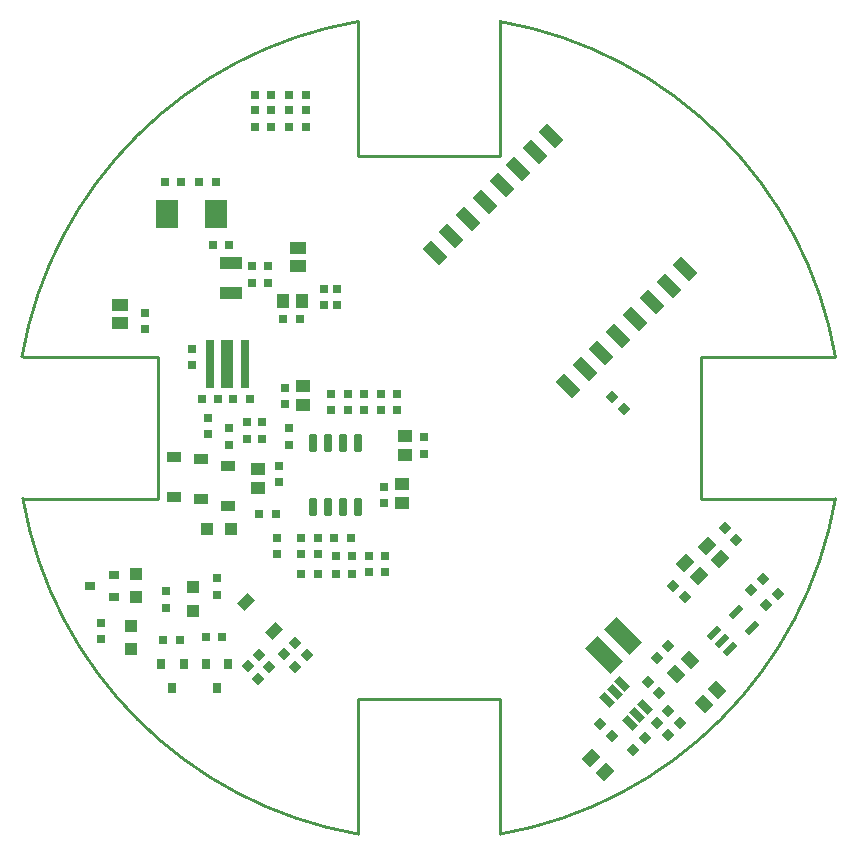
<source format=gtp>
G04 Layer_Color=8421504*
%FSAX25Y25*%
%MOIN*%
G70*
G01*
G75*
%ADD10P,0.04243X4X180.0*%
G04:AMPARAMS|DCode=11|XSize=40mil|YSize=50mil|CornerRadius=0mil|HoleSize=0mil|Usage=FLASHONLY|Rotation=135.000|XOffset=0mil|YOffset=0mil|HoleType=Round|Shape=Rectangle|*
%AMROTATEDRECTD11*
4,1,4,0.03182,0.00353,-0.00353,-0.03182,-0.03182,-0.00353,0.00353,0.03182,0.03182,0.00353,0.0*
%
%ADD11ROTATEDRECTD11*%

%ADD12P,0.04243X4X90.0*%
G04:AMPARAMS|DCode=13|XSize=20mil|YSize=50mil|CornerRadius=0mil|HoleSize=0mil|Usage=FLASHONLY|Rotation=135.000|XOffset=0mil|YOffset=0mil|HoleType=Round|Shape=Rectangle|*
%AMROTATEDRECTD13*
4,1,4,0.02475,0.01061,-0.01061,-0.02475,-0.02475,-0.01061,0.01061,0.02475,0.02475,0.01061,0.0*
%
%ADD13ROTATEDRECTD13*%

G04:AMPARAMS|DCode=14|XSize=40mil|YSize=50mil|CornerRadius=0mil|HoleSize=0mil|Usage=FLASHONLY|Rotation=45.000|XOffset=0mil|YOffset=0mil|HoleType=Round|Shape=Rectangle|*
%AMROTATEDRECTD14*
4,1,4,0.00353,-0.03182,-0.03182,0.00353,-0.00353,0.03182,0.03182,-0.00353,0.00353,-0.03182,0.0*
%
%ADD14ROTATEDRECTD14*%

G04:AMPARAMS|DCode=15|XSize=60mil|YSize=120mil|CornerRadius=0mil|HoleSize=0mil|Usage=FLASHONLY|Rotation=45.000|XOffset=0mil|YOffset=0mil|HoleType=Round|Shape=Rectangle|*
%AMROTATEDRECTD15*
4,1,4,0.02121,-0.06364,-0.06364,0.02121,-0.02121,0.06364,0.06364,-0.02121,0.02121,-0.06364,0.0*
%
%ADD15ROTATEDRECTD15*%

%ADD16R,0.03543X0.02756*%
%ADD17R,0.03937X0.03937*%
%ADD18R,0.03000X0.03000*%
G04:AMPARAMS|DCode=19|XSize=35.43mil|YSize=47.24mil|CornerRadius=0mil|HoleSize=0mil|Usage=FLASHONLY|Rotation=135.000|XOffset=0mil|YOffset=0mil|HoleType=Round|Shape=Rectangle|*
%AMROTATEDRECTD19*
4,1,4,0.02923,0.00418,-0.00418,-0.02923,-0.02923,-0.00418,0.00418,0.02923,0.02923,0.00418,0.0*
%
%ADD19ROTATEDRECTD19*%

G04:AMPARAMS|DCode=20|XSize=47.24mil|YSize=35.43mil|CornerRadius=0mil|HoleSize=0mil|Usage=FLASHONLY|Rotation=225.000|XOffset=0mil|YOffset=0mil|HoleType=Round|Shape=Rectangle|*
%AMROTATEDRECTD20*
4,1,4,0.00418,0.02923,0.02923,0.00418,-0.00418,-0.02923,-0.02923,-0.00418,0.00418,0.02923,0.0*
%
%ADD20ROTATEDRECTD20*%

%ADD21R,0.03000X0.03000*%
%ADD22R,0.02756X0.03543*%
%ADD24R,0.05000X0.04000*%
%ADD25R,0.05512X0.04331*%
%ADD26R,0.04724X0.03543*%
%ADD27R,0.04724X0.03543*%
%ADD28R,0.03937X0.03937*%
G04:AMPARAMS|DCode=29|XSize=23.62mil|YSize=57.09mil|CornerRadius=2.01mil|HoleSize=0mil|Usage=FLASHONLY|Rotation=180.000|XOffset=0mil|YOffset=0mil|HoleType=Round|Shape=RoundedRectangle|*
%AMROUNDEDRECTD29*
21,1,0.02362,0.05307,0,0,180.0*
21,1,0.01961,0.05709,0,0,180.0*
1,1,0.00402,-0.00980,0.02653*
1,1,0.00402,0.00980,0.02653*
1,1,0.00402,0.00980,-0.02653*
1,1,0.00402,-0.00980,-0.02653*
%
%ADD29ROUNDEDRECTD29*%
G04:AMPARAMS|DCode=30|XSize=27.56mil|YSize=161.42mil|CornerRadius=1.93mil|HoleSize=0mil|Usage=FLASHONLY|Rotation=0.000|XOffset=0mil|YOffset=0mil|HoleType=Round|Shape=RoundedRectangle|*
%AMROUNDEDRECTD30*
21,1,0.02756,0.15756,0,0,0.0*
21,1,0.02370,0.16142,0,0,0.0*
1,1,0.00386,0.01185,-0.07878*
1,1,0.00386,-0.01185,-0.07878*
1,1,0.00386,-0.01185,0.07878*
1,1,0.00386,0.01185,0.07878*
%
%ADD30ROUNDEDRECTD30*%
G04:AMPARAMS|DCode=31|XSize=39.37mil|YSize=161.42mil|CornerRadius=1.97mil|HoleSize=0mil|Usage=FLASHONLY|Rotation=0.000|XOffset=0mil|YOffset=0mil|HoleType=Round|Shape=RoundedRectangle|*
%AMROUNDEDRECTD31*
21,1,0.03937,0.15748,0,0,0.0*
21,1,0.03543,0.16142,0,0,0.0*
1,1,0.00394,0.01772,-0.07874*
1,1,0.00394,-0.01772,-0.07874*
1,1,0.00394,-0.01772,0.07874*
1,1,0.00394,0.01772,0.07874*
%
%ADD31ROUNDEDRECTD31*%
%ADD32R,0.04000X0.05000*%
%ADD33R,0.07480X0.04331*%
%ADD34R,0.07480X0.09449*%
G04:AMPARAMS|DCode=35|XSize=78.74mil|YSize=39.37mil|CornerRadius=0mil|HoleSize=0mil|Usage=FLASHONLY|Rotation=315.000|XOffset=0mil|YOffset=0mil|HoleType=Round|Shape=Rectangle|*
%AMROTATEDRECTD35*
4,1,4,-0.04176,0.01392,-0.01392,0.04176,0.04176,-0.01392,0.01392,-0.04176,-0.04176,0.01392,0.0*
%
%ADD35ROTATEDRECTD35*%

G04:AMPARAMS|DCode=36|XSize=24mil|YSize=50mil|CornerRadius=0mil|HoleSize=0mil|Usage=FLASHONLY|Rotation=225.000|XOffset=0mil|YOffset=0mil|HoleType=Round|Shape=Rectangle|*
%AMROTATEDRECTD36*
4,1,4,-0.00919,0.02616,0.02616,-0.00919,0.00919,-0.02616,-0.02616,0.00919,-0.00919,0.02616,0.0*
%
%ADD36ROTATEDRECTD36*%

%ADD41C,0.01000*%
G54D10*
X1811024Y0391732D02*
D03*
X1807134Y0395621D02*
D03*
X1793889Y0372611D02*
D03*
X1790000Y0376500D02*
D03*
X1785385Y0340599D02*
D03*
X1781496Y0344488D02*
D03*
X1788386Y0334646D02*
D03*
X1792275Y0330757D02*
D03*
X1788386Y0326772D02*
D03*
X1784497Y0330661D02*
D03*
X1765611Y0330389D02*
D03*
X1769500Y0326500D02*
D03*
X1773500Y0435500D02*
D03*
X1769611Y0439389D02*
D03*
G54D11*
X1801181Y0389764D02*
D03*
X1805707Y0385238D02*
D03*
X1794100Y0384200D02*
D03*
X1798626Y0379675D02*
D03*
X1767137Y0314463D02*
D03*
X1762611Y0318989D02*
D03*
G54D12*
X1819834Y0378889D02*
D03*
X1815945Y0375000D02*
D03*
X1824889Y0373889D02*
D03*
X1821000Y0370000D02*
D03*
X1784497Y0352410D02*
D03*
X1788386Y0356299D02*
D03*
X1776575Y0321850D02*
D03*
X1780464Y0325740D02*
D03*
X1652000Y0353500D02*
D03*
X1648111Y0349611D02*
D03*
X1655389Y0349389D02*
D03*
X1651500Y0345500D02*
D03*
X1660111Y0353611D02*
D03*
X1664000Y0357500D02*
D03*
Y0349500D02*
D03*
X1667889Y0353389D02*
D03*
G54D13*
X1810823Y0367689D02*
D03*
X1806368Y0358002D02*
D03*
X1809055Y0355315D02*
D03*
X1803752Y0360618D02*
D03*
X1816126Y0362386D02*
D03*
G54D14*
X1795475Y0351577D02*
D03*
X1790950Y0347052D02*
D03*
X1804637Y0341637D02*
D03*
X1800111Y0337111D02*
D03*
G54D15*
X1767000Y0353500D02*
D03*
X1773364Y0359864D02*
D03*
G54D16*
X1603500Y0380180D02*
D03*
Y0372700D02*
D03*
X1595500Y0376500D02*
D03*
G54D17*
X1611000Y0380500D02*
D03*
Y0372626D02*
D03*
X1609252Y0363189D02*
D03*
Y0355315D02*
D03*
X1629921Y0375984D02*
D03*
Y0368110D02*
D03*
G54D18*
X1599409Y0358673D02*
D03*
Y0364173D02*
D03*
X1637795Y0378937D02*
D03*
Y0373437D02*
D03*
X1621063Y0369094D02*
D03*
Y0374594D02*
D03*
X1693500Y0404000D02*
D03*
X1693500Y0409500D02*
D03*
X1698000Y0440500D02*
D03*
X1698000Y0435000D02*
D03*
X1692500Y0440500D02*
D03*
Y0435000D02*
D03*
X1687000D02*
D03*
Y0440500D02*
D03*
X1642000Y0423500D02*
D03*
Y0429000D02*
D03*
X1635000Y0432500D02*
D03*
Y0427000D02*
D03*
X1658500Y0416500D02*
D03*
X1658500Y0411000D02*
D03*
X1688500Y0381000D02*
D03*
X1688500Y0386500D02*
D03*
X1694000Y0381000D02*
D03*
Y0386500D02*
D03*
X1658000Y0387000D02*
D03*
Y0392500D02*
D03*
X1648000Y0425500D02*
D03*
X1648000Y0431000D02*
D03*
X1653000Y0425500D02*
D03*
X1653000Y0431000D02*
D03*
X1662000Y0423500D02*
D03*
X1662000Y0429000D02*
D03*
X1660500Y0437000D02*
D03*
Y0442500D02*
D03*
X1614000Y0462000D02*
D03*
Y0467500D02*
D03*
X1629500Y0450000D02*
D03*
X1629500Y0455500D02*
D03*
X1673500Y0470000D02*
D03*
Y0475500D02*
D03*
X1678000D02*
D03*
Y0470000D02*
D03*
X1707000Y0426000D02*
D03*
X1707000Y0420500D02*
D03*
G54D19*
X1657000Y0361500D02*
D03*
G54D20*
X1647525Y0370975D02*
D03*
G54D21*
X1620079Y0358268D02*
D03*
X1625579D02*
D03*
X1634264Y0359252D02*
D03*
X1639764D02*
D03*
X1681500Y0440500D02*
D03*
X1676000D02*
D03*
Y0435000D02*
D03*
X1681500Y0435000D02*
D03*
X1677000Y0392500D02*
D03*
X1682500D02*
D03*
X1683000Y0386500D02*
D03*
X1677500D02*
D03*
X1677500Y0380500D02*
D03*
X1683000D02*
D03*
X1671500Y0392500D02*
D03*
X1666000D02*
D03*
Y0387000D02*
D03*
X1671500D02*
D03*
X1666000Y0380500D02*
D03*
X1671500D02*
D03*
X1657500Y0400500D02*
D03*
X1652000Y0400500D02*
D03*
X1660000Y0465500D02*
D03*
X1665500Y0465500D02*
D03*
X1649500Y0477500D02*
D03*
X1655000D02*
D03*
X1649500Y0483000D02*
D03*
X1655000D02*
D03*
X1642000Y0490000D02*
D03*
X1636500D02*
D03*
X1620500Y0511000D02*
D03*
X1626000D02*
D03*
X1637500D02*
D03*
X1632000D02*
D03*
X1656000Y0535000D02*
D03*
X1650500D02*
D03*
X1662000Y0540000D02*
D03*
X1667500D02*
D03*
X1662000Y0535000D02*
D03*
X1667500D02*
D03*
X1662000Y0529500D02*
D03*
X1667500D02*
D03*
X1656000D02*
D03*
X1650500D02*
D03*
X1656000Y0540000D02*
D03*
X1650500D02*
D03*
X1632903Y0438651D02*
D03*
X1638403D02*
D03*
X1648825D02*
D03*
X1643324D02*
D03*
G54D22*
X1619351Y0350520D02*
D03*
X1626831D02*
D03*
X1623031Y0342520D02*
D03*
X1634115Y0350520D02*
D03*
X1641595D02*
D03*
X1637795Y0342520D02*
D03*
G54D24*
X1699500Y0410500D02*
D03*
Y0404100D02*
D03*
X1700500Y0420000D02*
D03*
Y0426400D02*
D03*
X1651500Y0409150D02*
D03*
Y0415550D02*
D03*
X1666500Y0436650D02*
D03*
Y0443050D02*
D03*
G54D25*
X1665000Y0488953D02*
D03*
Y0483047D02*
D03*
X1605500Y0469953D02*
D03*
Y0464047D02*
D03*
G54D26*
X1641500Y0403000D02*
D03*
X1623500Y0419400D02*
D03*
X1632500Y0418900D02*
D03*
G54D27*
X1641500Y0416400D02*
D03*
X1623500Y0406000D02*
D03*
X1632500Y0405500D02*
D03*
G54D28*
X1634626Y0395500D02*
D03*
X1642500D02*
D03*
G54D29*
X1685000Y0424228D02*
D03*
X1680000D02*
D03*
X1675000D02*
D03*
X1670000D02*
D03*
X1685000Y0402772D02*
D03*
X1680000D02*
D03*
X1675000D02*
D03*
X1670000D02*
D03*
G54D30*
X1647311Y0450500D02*
D03*
X1635500D02*
D03*
G54D31*
X1641405D02*
D03*
G54D32*
X1660000Y0471500D02*
D03*
X1666400Y0471500D02*
D03*
G54D33*
X1642500Y0483921D02*
D03*
X1642500Y0474079D02*
D03*
G54D34*
X1621429Y0500500D02*
D03*
X1637571D02*
D03*
G54D35*
X1716086Y0493162D02*
D03*
X1721626Y0498702D02*
D03*
X1727222Y0504298D02*
D03*
X1732901Y0509977D02*
D03*
X1738385Y0515461D02*
D03*
X1743953Y0521029D02*
D03*
X1749437Y0526513D02*
D03*
X1794063Y0482055D02*
D03*
X1788551Y0476543D02*
D03*
X1782927Y0470919D02*
D03*
X1777415Y0465407D02*
D03*
X1771680Y0459672D02*
D03*
X1766057Y0454049D02*
D03*
X1760600Y0448593D02*
D03*
X1754921Y0442913D02*
D03*
X1710490Y0487567D02*
D03*
G54D36*
X1778087Y0333401D02*
D03*
X1770450Y0341038D02*
D03*
X1775442Y0330757D02*
D03*
X1780732Y0336046D02*
D03*
X1773095Y0343683D02*
D03*
X1767806Y0338393D02*
D03*
G54D41*
X1844094Y0452756D02*
G03*
X1732284Y0564567I-0135433J-0023622D01*
G01*
X1685039D02*
G03*
X1572912Y0452811I0023228J-0135433D01*
G01*
X1573228Y0405512D02*
G03*
X1685039Y0293701I0135433J0023622D01*
G01*
X1732284D02*
G03*
X1844094Y0405512I-0023622J0135433D01*
G01*
X1732284Y0519685D02*
Y0564567D01*
X1685039Y0519685D02*
X1732284D01*
X1685039D02*
Y0564567D01*
Y0293701D02*
Y0338583D01*
X1732284D01*
Y0293701D02*
Y0338583D01*
X1799213Y0405512D02*
X1844094D01*
X1799213D02*
Y0452756D01*
X1844094D01*
X1573228Y0452756D02*
X1618110D01*
Y0405512D02*
Y0452756D01*
X1573228Y0405512D02*
X1618110D01*
M02*

</source>
